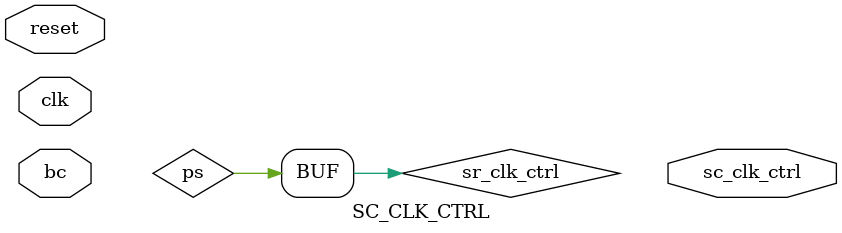
<source format=v>
module SC_CLK_CTRL (sc_clk_ctrl, bc, reset, clk);
	output sc_clk_ctrl;
	input clk, reset;
	input [3:0] bc;
	
	reg ps, ns;
	
	always@(*) begin
	if(1'b1 == bc[3])
	ns <= ~ps;
	else
	ns <= 1'b0;
	end
	
	
	always@(posedge clk) begin
	if(!reset)
	ps <= ns;
	else
	ps <= 1'b0;
	end
	
	assign sr_clk_ctrl = ps;
endmodule

</source>
